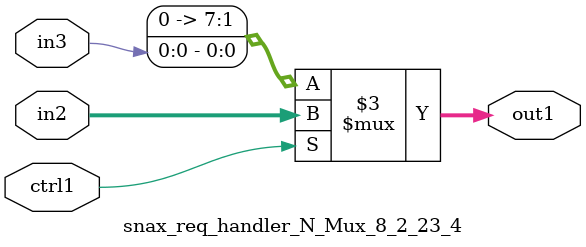
<source format=v>

`timescale 1ps / 1ps


module snax_req_handler_N_Mux_8_2_23_4( in3, in2, ctrl1, out1 );

    input in3;
    input [7:0] in2;
    input ctrl1;
    output [7:0] out1;
    reg [7:0] out1;

    
    // rtl_process:snax_req_handler_N_Mux_8_2_23_4/snax_req_handler_N_Mux_8_2_23_4_thread_1
    always @*
      begin : snax_req_handler_N_Mux_8_2_23_4_thread_1
        case (ctrl1) 
          1'b1: 
            begin
              out1 = in2;
            end
          default: 
            begin
              out1 = {7'b0000000, in3};
            end
        endcase
      end

endmodule



</source>
